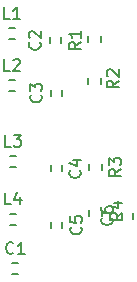
<source format=gto>
G04 #@! TF.FileFunction,Legend,Top*
%FSLAX46Y46*%
G04 Gerber Fmt 4.6, Leading zero omitted, Abs format (unit mm)*
G04 Created by KiCad (PCBNEW 4.0.2+dfsg1-stable) date Mo 06 Nov 2017 22:22:18 CET*
%MOMM*%
G01*
G04 APERTURE LIST*
%ADD10C,1.000000*%
%ADD11C,0.150000*%
G04 APERTURE END LIST*
D10*
D11*
X114750000Y-113725000D02*
X114250000Y-113725000D01*
X114250000Y-114675000D02*
X114750000Y-114675000D01*
X117425000Y-94600000D02*
X117425000Y-95100000D01*
X118375000Y-95100000D02*
X118375000Y-94600000D01*
X117525000Y-99050000D02*
X117525000Y-99550000D01*
X118475000Y-99550000D02*
X118475000Y-99050000D01*
X117525000Y-105450000D02*
X117525000Y-105950000D01*
X118475000Y-105950000D02*
X118475000Y-105450000D01*
X118475000Y-110750000D02*
X118475000Y-110250000D01*
X117525000Y-110250000D02*
X117525000Y-110750000D01*
X123525000Y-109450000D02*
X123525000Y-109950000D01*
X124475000Y-109950000D02*
X124475000Y-109450000D01*
X114450000Y-93825000D02*
X113950000Y-93825000D01*
X113950000Y-94775000D02*
X114450000Y-94775000D01*
X114450000Y-98225000D02*
X113950000Y-98225000D01*
X113950000Y-99175000D02*
X114450000Y-99175000D01*
X114550000Y-104625000D02*
X114050000Y-104625000D01*
X114050000Y-105575000D02*
X114550000Y-105575000D01*
X114550000Y-109525000D02*
X114050000Y-109525000D01*
X114050000Y-110475000D02*
X114550000Y-110475000D01*
X121725000Y-95000000D02*
X121725000Y-94500000D01*
X120675000Y-94500000D02*
X120675000Y-95000000D01*
X120675000Y-98050000D02*
X120675000Y-98550000D01*
X121725000Y-98550000D02*
X121725000Y-98050000D01*
X121825000Y-105850000D02*
X121825000Y-105350000D01*
X120775000Y-105350000D02*
X120775000Y-105850000D01*
X120775000Y-109250000D02*
X120775000Y-109750000D01*
X121825000Y-109750000D02*
X121825000Y-109250000D01*
X114333334Y-112857143D02*
X114285715Y-112904762D01*
X114142858Y-112952381D01*
X114047620Y-112952381D01*
X113904762Y-112904762D01*
X113809524Y-112809524D01*
X113761905Y-112714286D01*
X113714286Y-112523810D01*
X113714286Y-112380952D01*
X113761905Y-112190476D01*
X113809524Y-112095238D01*
X113904762Y-112000000D01*
X114047620Y-111952381D01*
X114142858Y-111952381D01*
X114285715Y-112000000D01*
X114333334Y-112047619D01*
X115285715Y-112952381D02*
X114714286Y-112952381D01*
X115000000Y-112952381D02*
X115000000Y-111952381D01*
X114904762Y-112095238D01*
X114809524Y-112190476D01*
X114714286Y-112238095D01*
X116557143Y-95016666D02*
X116604762Y-95064285D01*
X116652381Y-95207142D01*
X116652381Y-95302380D01*
X116604762Y-95445238D01*
X116509524Y-95540476D01*
X116414286Y-95588095D01*
X116223810Y-95635714D01*
X116080952Y-95635714D01*
X115890476Y-95588095D01*
X115795238Y-95540476D01*
X115700000Y-95445238D01*
X115652381Y-95302380D01*
X115652381Y-95207142D01*
X115700000Y-95064285D01*
X115747619Y-95016666D01*
X115747619Y-94635714D02*
X115700000Y-94588095D01*
X115652381Y-94492857D01*
X115652381Y-94254761D01*
X115700000Y-94159523D01*
X115747619Y-94111904D01*
X115842857Y-94064285D01*
X115938095Y-94064285D01*
X116080952Y-94111904D01*
X116652381Y-94683333D01*
X116652381Y-94064285D01*
X116657143Y-99466666D02*
X116704762Y-99514285D01*
X116752381Y-99657142D01*
X116752381Y-99752380D01*
X116704762Y-99895238D01*
X116609524Y-99990476D01*
X116514286Y-100038095D01*
X116323810Y-100085714D01*
X116180952Y-100085714D01*
X115990476Y-100038095D01*
X115895238Y-99990476D01*
X115800000Y-99895238D01*
X115752381Y-99752380D01*
X115752381Y-99657142D01*
X115800000Y-99514285D01*
X115847619Y-99466666D01*
X115752381Y-99133333D02*
X115752381Y-98514285D01*
X116133333Y-98847619D01*
X116133333Y-98704761D01*
X116180952Y-98609523D01*
X116228571Y-98561904D01*
X116323810Y-98514285D01*
X116561905Y-98514285D01*
X116657143Y-98561904D01*
X116704762Y-98609523D01*
X116752381Y-98704761D01*
X116752381Y-98990476D01*
X116704762Y-99085714D01*
X116657143Y-99133333D01*
X119957143Y-105866666D02*
X120004762Y-105914285D01*
X120052381Y-106057142D01*
X120052381Y-106152380D01*
X120004762Y-106295238D01*
X119909524Y-106390476D01*
X119814286Y-106438095D01*
X119623810Y-106485714D01*
X119480952Y-106485714D01*
X119290476Y-106438095D01*
X119195238Y-106390476D01*
X119100000Y-106295238D01*
X119052381Y-106152380D01*
X119052381Y-106057142D01*
X119100000Y-105914285D01*
X119147619Y-105866666D01*
X119385714Y-105009523D02*
X120052381Y-105009523D01*
X119004762Y-105247619D02*
X119719048Y-105485714D01*
X119719048Y-104866666D01*
X120057143Y-110666666D02*
X120104762Y-110714285D01*
X120152381Y-110857142D01*
X120152381Y-110952380D01*
X120104762Y-111095238D01*
X120009524Y-111190476D01*
X119914286Y-111238095D01*
X119723810Y-111285714D01*
X119580952Y-111285714D01*
X119390476Y-111238095D01*
X119295238Y-111190476D01*
X119200000Y-111095238D01*
X119152381Y-110952380D01*
X119152381Y-110857142D01*
X119200000Y-110714285D01*
X119247619Y-110666666D01*
X119152381Y-109761904D02*
X119152381Y-110238095D01*
X119628571Y-110285714D01*
X119580952Y-110238095D01*
X119533333Y-110142857D01*
X119533333Y-109904761D01*
X119580952Y-109809523D01*
X119628571Y-109761904D01*
X119723810Y-109714285D01*
X119961905Y-109714285D01*
X120057143Y-109761904D01*
X120104762Y-109809523D01*
X120152381Y-109904761D01*
X120152381Y-110142857D01*
X120104762Y-110238095D01*
X120057143Y-110285714D01*
X122657143Y-109866666D02*
X122704762Y-109914285D01*
X122752381Y-110057142D01*
X122752381Y-110152380D01*
X122704762Y-110295238D01*
X122609524Y-110390476D01*
X122514286Y-110438095D01*
X122323810Y-110485714D01*
X122180952Y-110485714D01*
X121990476Y-110438095D01*
X121895238Y-110390476D01*
X121800000Y-110295238D01*
X121752381Y-110152380D01*
X121752381Y-110057142D01*
X121800000Y-109914285D01*
X121847619Y-109866666D01*
X121752381Y-109009523D02*
X121752381Y-109200000D01*
X121800000Y-109295238D01*
X121847619Y-109342857D01*
X121990476Y-109438095D01*
X122180952Y-109485714D01*
X122561905Y-109485714D01*
X122657143Y-109438095D01*
X122704762Y-109390476D01*
X122752381Y-109295238D01*
X122752381Y-109104761D01*
X122704762Y-109009523D01*
X122657143Y-108961904D01*
X122561905Y-108914285D01*
X122323810Y-108914285D01*
X122228571Y-108961904D01*
X122180952Y-109009523D01*
X122133333Y-109104761D01*
X122133333Y-109295238D01*
X122180952Y-109390476D01*
X122228571Y-109438095D01*
X122323810Y-109485714D01*
X114033334Y-93052381D02*
X113557143Y-93052381D01*
X113557143Y-92052381D01*
X114890477Y-93052381D02*
X114319048Y-93052381D01*
X114604762Y-93052381D02*
X114604762Y-92052381D01*
X114509524Y-92195238D01*
X114414286Y-92290476D01*
X114319048Y-92338095D01*
X114033334Y-97452381D02*
X113557143Y-97452381D01*
X113557143Y-96452381D01*
X114319048Y-96547619D02*
X114366667Y-96500000D01*
X114461905Y-96452381D01*
X114700001Y-96452381D01*
X114795239Y-96500000D01*
X114842858Y-96547619D01*
X114890477Y-96642857D01*
X114890477Y-96738095D01*
X114842858Y-96880952D01*
X114271429Y-97452381D01*
X114890477Y-97452381D01*
X114133334Y-103852381D02*
X113657143Y-103852381D01*
X113657143Y-102852381D01*
X114371429Y-102852381D02*
X114990477Y-102852381D01*
X114657143Y-103233333D01*
X114800001Y-103233333D01*
X114895239Y-103280952D01*
X114942858Y-103328571D01*
X114990477Y-103423810D01*
X114990477Y-103661905D01*
X114942858Y-103757143D01*
X114895239Y-103804762D01*
X114800001Y-103852381D01*
X114514286Y-103852381D01*
X114419048Y-103804762D01*
X114371429Y-103757143D01*
X114133334Y-108752381D02*
X113657143Y-108752381D01*
X113657143Y-107752381D01*
X114895239Y-108085714D02*
X114895239Y-108752381D01*
X114657143Y-107704762D02*
X114419048Y-108419048D01*
X115038096Y-108419048D01*
X120052381Y-95016666D02*
X119576190Y-95350000D01*
X120052381Y-95588095D02*
X119052381Y-95588095D01*
X119052381Y-95207142D01*
X119100000Y-95111904D01*
X119147619Y-95064285D01*
X119242857Y-95016666D01*
X119385714Y-95016666D01*
X119480952Y-95064285D01*
X119528571Y-95111904D01*
X119576190Y-95207142D01*
X119576190Y-95588095D01*
X120052381Y-94064285D02*
X120052381Y-94635714D01*
X120052381Y-94350000D02*
X119052381Y-94350000D01*
X119195238Y-94445238D01*
X119290476Y-94540476D01*
X119338095Y-94635714D01*
X123252381Y-98266666D02*
X122776190Y-98600000D01*
X123252381Y-98838095D02*
X122252381Y-98838095D01*
X122252381Y-98457142D01*
X122300000Y-98361904D01*
X122347619Y-98314285D01*
X122442857Y-98266666D01*
X122585714Y-98266666D01*
X122680952Y-98314285D01*
X122728571Y-98361904D01*
X122776190Y-98457142D01*
X122776190Y-98838095D01*
X122347619Y-97885714D02*
X122300000Y-97838095D01*
X122252381Y-97742857D01*
X122252381Y-97504761D01*
X122300000Y-97409523D01*
X122347619Y-97361904D01*
X122442857Y-97314285D01*
X122538095Y-97314285D01*
X122680952Y-97361904D01*
X123252381Y-97933333D01*
X123252381Y-97314285D01*
X123452381Y-105766666D02*
X122976190Y-106100000D01*
X123452381Y-106338095D02*
X122452381Y-106338095D01*
X122452381Y-105957142D01*
X122500000Y-105861904D01*
X122547619Y-105814285D01*
X122642857Y-105766666D01*
X122785714Y-105766666D01*
X122880952Y-105814285D01*
X122928571Y-105861904D01*
X122976190Y-105957142D01*
X122976190Y-106338095D01*
X122452381Y-105433333D02*
X122452381Y-104814285D01*
X122833333Y-105147619D01*
X122833333Y-105004761D01*
X122880952Y-104909523D01*
X122928571Y-104861904D01*
X123023810Y-104814285D01*
X123261905Y-104814285D01*
X123357143Y-104861904D01*
X123404762Y-104909523D01*
X123452381Y-105004761D01*
X123452381Y-105290476D01*
X123404762Y-105385714D01*
X123357143Y-105433333D01*
X123552381Y-109466666D02*
X123076190Y-109800000D01*
X123552381Y-110038095D02*
X122552381Y-110038095D01*
X122552381Y-109657142D01*
X122600000Y-109561904D01*
X122647619Y-109514285D01*
X122742857Y-109466666D01*
X122885714Y-109466666D01*
X122980952Y-109514285D01*
X123028571Y-109561904D01*
X123076190Y-109657142D01*
X123076190Y-110038095D01*
X122885714Y-108609523D02*
X123552381Y-108609523D01*
X122504762Y-108847619D02*
X123219048Y-109085714D01*
X123219048Y-108466666D01*
M02*

</source>
